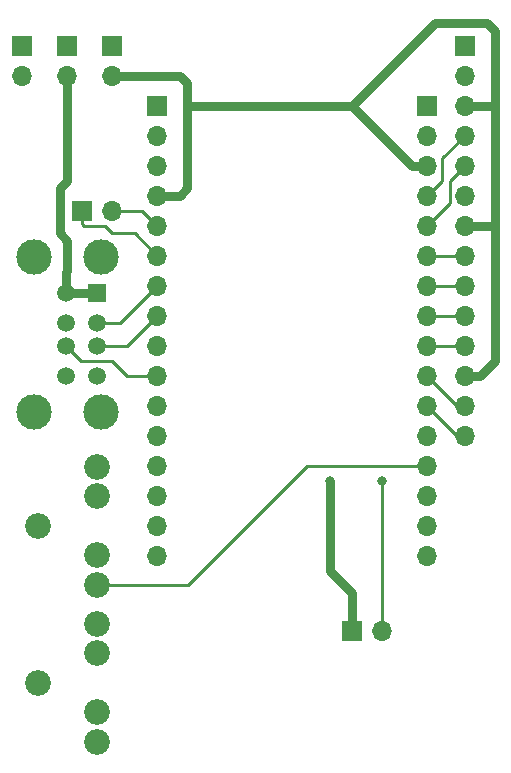
<source format=gbl>
G04 #@! TF.GenerationSoftware,KiCad,Pcbnew,5.0.1-33cea8e~68~ubuntu18.04.1*
G04 #@! TF.CreationDate,2018-11-08T20:55:39+01:00*
G04 #@! TF.ProjectId,MotherPCB,4D6F746865725043422E6B696361645F,rev?*
G04 #@! TF.SameCoordinates,Original*
G04 #@! TF.FileFunction,Copper,L2,Bot,Signal*
G04 #@! TF.FilePolarity,Positive*
%FSLAX46Y46*%
G04 Gerber Fmt 4.6, Leading zero omitted, Abs format (unit mm)*
G04 Created by KiCad (PCBNEW 5.0.1-33cea8e~68~ubuntu18.04.1) date jue 08 nov 2018 20:55:39 CET*
%MOMM*%
%LPD*%
G01*
G04 APERTURE LIST*
G04 #@! TA.AperFunction,ComponentPad*
%ADD10C,3.000000*%
G04 #@! TD*
G04 #@! TA.AperFunction,ComponentPad*
%ADD11R,1.500000X1.500000*%
G04 #@! TD*
G04 #@! TA.AperFunction,ComponentPad*
%ADD12C,1.500000*%
G04 #@! TD*
G04 #@! TA.AperFunction,ComponentPad*
%ADD13O,1.700000X1.700000*%
G04 #@! TD*
G04 #@! TA.AperFunction,ComponentPad*
%ADD14R,1.700000X1.700000*%
G04 #@! TD*
G04 #@! TA.AperFunction,ComponentPad*
%ADD15C,2.184400*%
G04 #@! TD*
G04 #@! TA.AperFunction,ViaPad*
%ADD16C,0.800000*%
G04 #@! TD*
G04 #@! TA.AperFunction,Conductor*
%ADD17C,0.800000*%
G04 #@! TD*
G04 #@! TA.AperFunction,Conductor*
%ADD18C,0.250000*%
G04 #@! TD*
G04 APERTURE END LIST*
D10*
G04 #@! TO.P,,9*
G04 #@! TO.N,N/C*
X104490000Y-112305000D03*
X104490000Y-99165000D03*
D11*
G04 #@! TO.P,,1*
X104140000Y-102235000D03*
D12*
G04 #@! TO.P,,2*
X104140000Y-104735000D03*
G04 #@! TO.P,,3*
X104140000Y-106735000D03*
G04 #@! TO.P,,4*
X104140000Y-109235000D03*
D10*
G04 #@! TO.P,,9*
X98810000Y-99165000D03*
X98810000Y-112305000D03*
D12*
G04 #@! TO.P,,5*
X101520000Y-102235000D03*
G04 #@! TO.P,,6*
X101520000Y-104735000D03*
G04 #@! TO.P,,7*
X101520000Y-106735000D03*
G04 #@! TO.P,,8*
X101520000Y-109235000D03*
G04 #@! TD*
D13*
G04 #@! TO.P,Yomboprime Technologies 2018,16*
G04 #@! TO.N,N/C*
X109220000Y-124460000D03*
G04 #@! TO.P,Yomboprime Technologies 2018,15*
X109220000Y-121920000D03*
G04 #@! TO.P,Yomboprime Technologies 2018,14*
X109220000Y-119380000D03*
G04 #@! TO.P,Yomboprime Technologies 2018,13*
X109220000Y-116840000D03*
G04 #@! TO.P,Yomboprime Technologies 2018,12*
X109220000Y-114300000D03*
G04 #@! TO.P,Yomboprime Technologies 2018,11*
X109220000Y-111760000D03*
G04 #@! TO.P,Yomboprime Technologies 2018,10*
X109220000Y-109220000D03*
G04 #@! TO.P,Yomboprime Technologies 2018,9*
X109220000Y-106680000D03*
G04 #@! TO.P,Yomboprime Technologies 2018,8*
X109220000Y-104140000D03*
G04 #@! TO.P,Yomboprime Technologies 2018,7*
X109220000Y-101600000D03*
G04 #@! TO.P,Yomboprime Technologies 2018,6*
X109220000Y-99060000D03*
G04 #@! TO.P,Yomboprime Technologies 2018,5*
X109220000Y-96520000D03*
G04 #@! TO.P,Yomboprime Technologies 2018,4*
X109220000Y-93980000D03*
G04 #@! TO.P,Yomboprime Technologies 2018,3*
X109220000Y-91440000D03*
G04 #@! TO.P,Yomboprime Technologies 2018,2*
X109220000Y-88900000D03*
D14*
G04 #@! TO.P,Yomboprime Technologies 2018,1*
X109220000Y-86360000D03*
G04 #@! TD*
D13*
G04 #@! TO.P,,16*
G04 #@! TO.N,N/C*
X132080000Y-124460000D03*
G04 #@! TO.P,,15*
X132080000Y-121920000D03*
G04 #@! TO.P,,14*
X132080000Y-119380000D03*
G04 #@! TO.P,,13*
X132080000Y-116840000D03*
G04 #@! TO.P,,12*
X132080000Y-114300000D03*
G04 #@! TO.P,,11*
X132080000Y-111760000D03*
G04 #@! TO.P,,10*
X132080000Y-109220000D03*
G04 #@! TO.P,,9*
X132080000Y-106680000D03*
G04 #@! TO.P,,8*
X132080000Y-104140000D03*
G04 #@! TO.P,,7*
X132080000Y-101600000D03*
G04 #@! TO.P,,6*
X132080000Y-99060000D03*
G04 #@! TO.P,,5*
X132080000Y-96520000D03*
G04 #@! TO.P,,4*
X132080000Y-93980000D03*
G04 #@! TO.P,,3*
X132080000Y-91440000D03*
G04 #@! TO.P,,2*
X132080000Y-88900000D03*
D14*
G04 #@! TO.P,,1*
X132080000Y-86360000D03*
G04 #@! TD*
D15*
G04 #@! TO.P,,TIP*
G04 #@! TO.N,N/C*
X104140000Y-126920000D03*
G04 #@! TO.P,,TSH*
X104140000Y-124420000D03*
G04 #@! TO.P,,RING*
X104140000Y-116920000D03*
G04 #@! TO.P,,RSH*
X104140000Y-119420000D03*
G04 #@! TO.P,,SLEEVE*
X99140000Y-121920000D03*
G04 #@! TD*
G04 #@! TO.P,,TIP*
G04 #@! TO.N,N/C*
X104140000Y-140215000D03*
G04 #@! TO.P,,TSH*
X104140000Y-137715000D03*
G04 #@! TO.P,,RING*
X104140000Y-130215000D03*
G04 #@! TO.P,,RSH*
X104140000Y-132715000D03*
G04 #@! TO.P,,SLEEVE*
X99140000Y-135215000D03*
G04 #@! TD*
D13*
G04 #@! TO.P,GND VIDEO,2*
G04 #@! TO.N,N/C*
X128270000Y-130810000D03*
D14*
G04 #@! TO.P,GND VIDEO,1*
X125730000Y-130810000D03*
G04 #@! TD*
D13*
G04 #@! TO.P,,14*
G04 #@! TO.N,N/C*
X135255000Y-114300000D03*
G04 #@! TO.P,,13*
X135255000Y-111760000D03*
G04 #@! TO.P,,12*
X135255000Y-109220000D03*
G04 #@! TO.P,,11*
X135255000Y-106680000D03*
G04 #@! TO.P,,10*
X135255000Y-104140000D03*
G04 #@! TO.P,,9*
X135255000Y-101600000D03*
G04 #@! TO.P,,8*
X135255000Y-99060000D03*
G04 #@! TO.P,,7*
X135255000Y-96520000D03*
G04 #@! TO.P,,6*
X135255000Y-93980000D03*
G04 #@! TO.P,,5*
X135255000Y-91440000D03*
G04 #@! TO.P,,4*
X135255000Y-88900000D03*
G04 #@! TO.P,,3*
X135255000Y-86360000D03*
G04 #@! TO.P,,2*
X135255000Y-83820000D03*
D14*
G04 #@! TO.P,,1*
X135255000Y-81280000D03*
G04 #@! TD*
D13*
G04 #@! TO.P,POW,2*
G04 #@! TO.N,N/C*
X97790000Y-83820000D03*
D14*
G04 #@! TO.P,POW,1*
X97790000Y-81280000D03*
G04 #@! TD*
D13*
G04 #@! TO.P,SW,2*
G04 #@! TO.N,N/C*
X101600000Y-83820000D03*
D14*
G04 #@! TO.P,SW,1*
X101600000Y-81280000D03*
G04 #@! TD*
D13*
G04 #@! TO.P,FAN,2*
G04 #@! TO.N,N/C*
X105410000Y-83820000D03*
D14*
G04 #@! TO.P,FAN,1*
X105410000Y-81280000D03*
G04 #@! TD*
D13*
G04 #@! TO.P,,2*
G04 #@! TO.N,N/C*
X105410000Y-95250000D03*
D14*
G04 #@! TO.P,,1*
X102870000Y-95250000D03*
G04 #@! TD*
D16*
G04 #@! TO.N,*
X123825000Y-118110000D03*
X128270000Y-118110000D03*
G04 #@! TD*
D17*
G04 #@! TO.N,*
X111125000Y-93980000D02*
X109220000Y-93980000D01*
X105410000Y-83820000D02*
X111125000Y-83820000D01*
X111760000Y-93345000D02*
X111125000Y-93980000D01*
X111125000Y-83820000D02*
X111760000Y-84455000D01*
X111760000Y-86360000D02*
X111760000Y-93345000D01*
X111760000Y-86360000D02*
X125730000Y-86360000D01*
X111760000Y-84455000D02*
X111760000Y-86360000D01*
X125730000Y-86360000D02*
X132715000Y-79375000D01*
X132715000Y-79375000D02*
X137160000Y-79375000D01*
X137160000Y-79375000D02*
X137795000Y-80010000D01*
X137795000Y-107950000D02*
X136525000Y-109220000D01*
X136525000Y-109220000D02*
X135255000Y-109220000D01*
X137795000Y-86360000D02*
X135255000Y-86360000D01*
X137795000Y-80010000D02*
X137795000Y-86360000D01*
X137795000Y-96520000D02*
X135255000Y-96520000D01*
X137795000Y-96520000D02*
X137795000Y-107950000D01*
X137795000Y-86360000D02*
X137795000Y-96520000D01*
D18*
X106085000Y-104735000D02*
X109220000Y-101600000D01*
X104140000Y-104735000D02*
X106085000Y-104735000D01*
X106625000Y-106735000D02*
X109220000Y-104140000D01*
X104140000Y-106735000D02*
X106625000Y-106735000D01*
X109220000Y-109220000D02*
X106680000Y-109220000D01*
X106680000Y-109220000D02*
X105410000Y-107950000D01*
X102735000Y-107950000D02*
X101520000Y-106735000D01*
X105410000Y-107950000D02*
X102735000Y-107950000D01*
D17*
X101600000Y-102155000D02*
X101520000Y-102235000D01*
X101520000Y-102235000D02*
X104140000Y-102235000D01*
D18*
X134620000Y-114300000D02*
X135255000Y-114300000D01*
X132080000Y-111760000D02*
X134620000Y-114300000D01*
X134620000Y-111760000D02*
X135255000Y-111760000D01*
X132080000Y-109220000D02*
X134620000Y-111760000D01*
X132080000Y-106680000D02*
X135255000Y-106680000D01*
X132080000Y-104140000D02*
X135255000Y-104140000D01*
X132080000Y-101600000D02*
X135255000Y-101600000D01*
X132080000Y-99060000D02*
X135255000Y-99060000D01*
X133350000Y-90805000D02*
X135255000Y-88900000D01*
X132080000Y-93980000D02*
X133350000Y-92710000D01*
X133350000Y-92710000D02*
X133350000Y-90805000D01*
X133985000Y-92710000D02*
X135255000Y-91440000D01*
X132080000Y-96520000D02*
X133985000Y-94615000D01*
X133985000Y-94615000D02*
X133985000Y-92710000D01*
X132080000Y-116840000D02*
X121920000Y-116840000D01*
X111840000Y-126920000D02*
X104140000Y-126920000D01*
X121920000Y-116840000D02*
X111840000Y-126920000D01*
D17*
X123825000Y-118110000D02*
X123825000Y-125730000D01*
X125730000Y-127635000D02*
X125730000Y-130810000D01*
X123825000Y-125730000D02*
X125730000Y-127635000D01*
D18*
X128270000Y-118110000D02*
X128270000Y-130810000D01*
D17*
X101600000Y-83820000D02*
X101600000Y-92710000D01*
X101600000Y-92710000D02*
X100965000Y-93345000D01*
X100965000Y-93345000D02*
X100965000Y-97155000D01*
X100965000Y-97155000D02*
X101600000Y-97790000D01*
X101600000Y-97790000D02*
X101600000Y-100330000D01*
X101520000Y-100410000D02*
X101520000Y-102235000D01*
X101600000Y-100330000D02*
X101520000Y-100410000D01*
D18*
X107950000Y-95250000D02*
X109220000Y-96520000D01*
X105410000Y-95250000D02*
X107950000Y-95250000D01*
X102870000Y-96350000D02*
X103040000Y-96520000D01*
X102870000Y-95250000D02*
X102870000Y-96350000D01*
X103040000Y-96520000D02*
X104775000Y-96520000D01*
X104775000Y-96520000D02*
X105410000Y-97155000D01*
X107315000Y-97155000D02*
X109220000Y-99060000D01*
X105410000Y-97155000D02*
X107315000Y-97155000D01*
D17*
X130810000Y-91440000D02*
X125730000Y-86360000D01*
X132080000Y-91440000D02*
X130810000Y-91440000D01*
G04 #@! TD*
M02*

</source>
